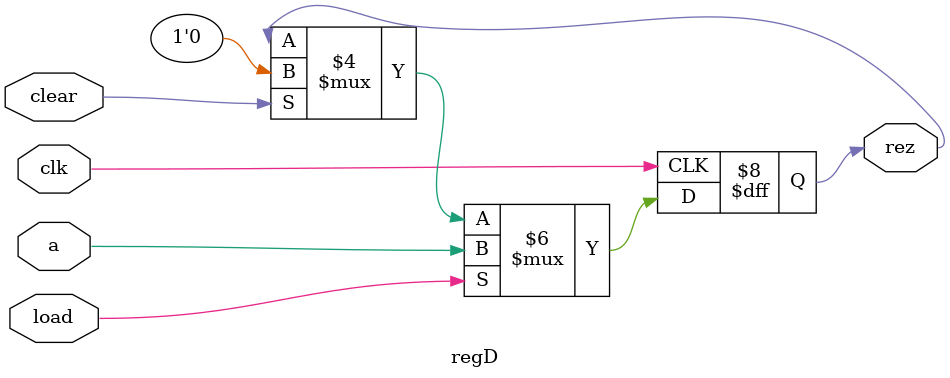
<source format=v>
`timescale 1ns / 1ps


module regD(input a, clk, load, clear, output rez);
    reg rez;
    wire aux;

    always @(posedge clk)
        begin
            if (clear == 1) begin
                rez <= 0;
            end
            
            if (load == 1) begin
                rez <= a;
            end
        end
endmodule

</source>
